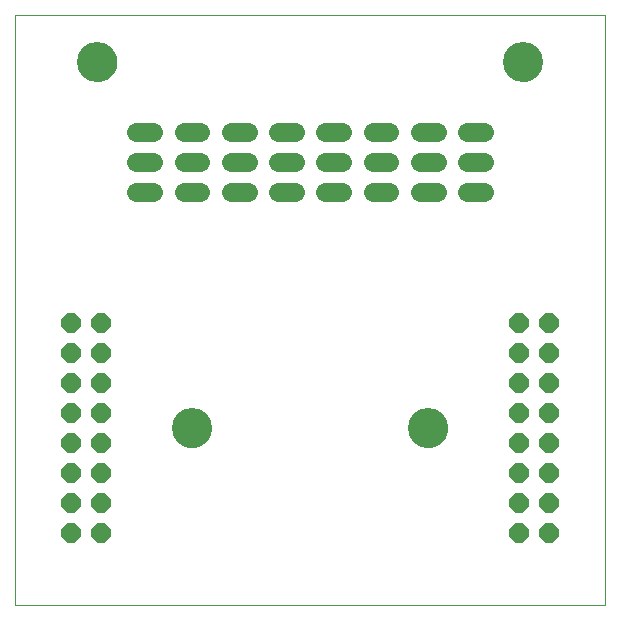
<source format=gbs>
G75*
G70*
%OFA0B0*%
%FSLAX24Y24*%
%IPPOS*%
%LPD*%
%AMOC8*
5,1,8,0,0,1.08239X$1,22.5*
%
%ADD10C,0.0000*%
%ADD11C,0.1339*%
%ADD12OC8,0.0636*%
%ADD13C,0.0636*%
D10*
X000589Y000574D02*
X000589Y020259D01*
X020274Y020259D01*
X020274Y000574D01*
X000589Y000574D01*
X005865Y006479D02*
X005867Y006529D01*
X005873Y006579D01*
X005883Y006628D01*
X005897Y006676D01*
X005914Y006723D01*
X005935Y006768D01*
X005960Y006812D01*
X005988Y006853D01*
X006020Y006892D01*
X006054Y006929D01*
X006091Y006963D01*
X006131Y006993D01*
X006173Y007020D01*
X006217Y007044D01*
X006263Y007065D01*
X006310Y007081D01*
X006358Y007094D01*
X006408Y007103D01*
X006457Y007108D01*
X006508Y007109D01*
X006558Y007106D01*
X006607Y007099D01*
X006656Y007088D01*
X006704Y007073D01*
X006750Y007055D01*
X006795Y007033D01*
X006838Y007007D01*
X006879Y006978D01*
X006918Y006946D01*
X006954Y006911D01*
X006986Y006873D01*
X007016Y006833D01*
X007043Y006790D01*
X007066Y006746D01*
X007085Y006700D01*
X007101Y006652D01*
X007113Y006603D01*
X007121Y006554D01*
X007125Y006504D01*
X007125Y006454D01*
X007121Y006404D01*
X007113Y006355D01*
X007101Y006306D01*
X007085Y006258D01*
X007066Y006212D01*
X007043Y006168D01*
X007016Y006125D01*
X006986Y006085D01*
X006954Y006047D01*
X006918Y006012D01*
X006879Y005980D01*
X006838Y005951D01*
X006795Y005925D01*
X006750Y005903D01*
X006704Y005885D01*
X006656Y005870D01*
X006607Y005859D01*
X006558Y005852D01*
X006508Y005849D01*
X006457Y005850D01*
X006408Y005855D01*
X006358Y005864D01*
X006310Y005877D01*
X006263Y005893D01*
X006217Y005914D01*
X006173Y005938D01*
X006131Y005965D01*
X006091Y005995D01*
X006054Y006029D01*
X006020Y006066D01*
X005988Y006105D01*
X005960Y006146D01*
X005935Y006190D01*
X005914Y006235D01*
X005897Y006282D01*
X005883Y006330D01*
X005873Y006379D01*
X005867Y006429D01*
X005865Y006479D01*
X013739Y006479D02*
X013741Y006529D01*
X013747Y006579D01*
X013757Y006628D01*
X013771Y006676D01*
X013788Y006723D01*
X013809Y006768D01*
X013834Y006812D01*
X013862Y006853D01*
X013894Y006892D01*
X013928Y006929D01*
X013965Y006963D01*
X014005Y006993D01*
X014047Y007020D01*
X014091Y007044D01*
X014137Y007065D01*
X014184Y007081D01*
X014232Y007094D01*
X014282Y007103D01*
X014331Y007108D01*
X014382Y007109D01*
X014432Y007106D01*
X014481Y007099D01*
X014530Y007088D01*
X014578Y007073D01*
X014624Y007055D01*
X014669Y007033D01*
X014712Y007007D01*
X014753Y006978D01*
X014792Y006946D01*
X014828Y006911D01*
X014860Y006873D01*
X014890Y006833D01*
X014917Y006790D01*
X014940Y006746D01*
X014959Y006700D01*
X014975Y006652D01*
X014987Y006603D01*
X014995Y006554D01*
X014999Y006504D01*
X014999Y006454D01*
X014995Y006404D01*
X014987Y006355D01*
X014975Y006306D01*
X014959Y006258D01*
X014940Y006212D01*
X014917Y006168D01*
X014890Y006125D01*
X014860Y006085D01*
X014828Y006047D01*
X014792Y006012D01*
X014753Y005980D01*
X014712Y005951D01*
X014669Y005925D01*
X014624Y005903D01*
X014578Y005885D01*
X014530Y005870D01*
X014481Y005859D01*
X014432Y005852D01*
X014382Y005849D01*
X014331Y005850D01*
X014282Y005855D01*
X014232Y005864D01*
X014184Y005877D01*
X014137Y005893D01*
X014091Y005914D01*
X014047Y005938D01*
X014005Y005965D01*
X013965Y005995D01*
X013928Y006029D01*
X013894Y006066D01*
X013862Y006105D01*
X013834Y006146D01*
X013809Y006190D01*
X013788Y006235D01*
X013771Y006282D01*
X013757Y006330D01*
X013747Y006379D01*
X013741Y006429D01*
X013739Y006479D01*
X016889Y018684D02*
X016891Y018734D01*
X016897Y018784D01*
X016907Y018833D01*
X016921Y018881D01*
X016938Y018928D01*
X016959Y018973D01*
X016984Y019017D01*
X017012Y019058D01*
X017044Y019097D01*
X017078Y019134D01*
X017115Y019168D01*
X017155Y019198D01*
X017197Y019225D01*
X017241Y019249D01*
X017287Y019270D01*
X017334Y019286D01*
X017382Y019299D01*
X017432Y019308D01*
X017481Y019313D01*
X017532Y019314D01*
X017582Y019311D01*
X017631Y019304D01*
X017680Y019293D01*
X017728Y019278D01*
X017774Y019260D01*
X017819Y019238D01*
X017862Y019212D01*
X017903Y019183D01*
X017942Y019151D01*
X017978Y019116D01*
X018010Y019078D01*
X018040Y019038D01*
X018067Y018995D01*
X018090Y018951D01*
X018109Y018905D01*
X018125Y018857D01*
X018137Y018808D01*
X018145Y018759D01*
X018149Y018709D01*
X018149Y018659D01*
X018145Y018609D01*
X018137Y018560D01*
X018125Y018511D01*
X018109Y018463D01*
X018090Y018417D01*
X018067Y018373D01*
X018040Y018330D01*
X018010Y018290D01*
X017978Y018252D01*
X017942Y018217D01*
X017903Y018185D01*
X017862Y018156D01*
X017819Y018130D01*
X017774Y018108D01*
X017728Y018090D01*
X017680Y018075D01*
X017631Y018064D01*
X017582Y018057D01*
X017532Y018054D01*
X017481Y018055D01*
X017432Y018060D01*
X017382Y018069D01*
X017334Y018082D01*
X017287Y018098D01*
X017241Y018119D01*
X017197Y018143D01*
X017155Y018170D01*
X017115Y018200D01*
X017078Y018234D01*
X017044Y018271D01*
X017012Y018310D01*
X016984Y018351D01*
X016959Y018395D01*
X016938Y018440D01*
X016921Y018487D01*
X016907Y018535D01*
X016897Y018584D01*
X016891Y018634D01*
X016889Y018684D01*
X002715Y018684D02*
X002717Y018734D01*
X002723Y018784D01*
X002733Y018833D01*
X002747Y018881D01*
X002764Y018928D01*
X002785Y018973D01*
X002810Y019017D01*
X002838Y019058D01*
X002870Y019097D01*
X002904Y019134D01*
X002941Y019168D01*
X002981Y019198D01*
X003023Y019225D01*
X003067Y019249D01*
X003113Y019270D01*
X003160Y019286D01*
X003208Y019299D01*
X003258Y019308D01*
X003307Y019313D01*
X003358Y019314D01*
X003408Y019311D01*
X003457Y019304D01*
X003506Y019293D01*
X003554Y019278D01*
X003600Y019260D01*
X003645Y019238D01*
X003688Y019212D01*
X003729Y019183D01*
X003768Y019151D01*
X003804Y019116D01*
X003836Y019078D01*
X003866Y019038D01*
X003893Y018995D01*
X003916Y018951D01*
X003935Y018905D01*
X003951Y018857D01*
X003963Y018808D01*
X003971Y018759D01*
X003975Y018709D01*
X003975Y018659D01*
X003971Y018609D01*
X003963Y018560D01*
X003951Y018511D01*
X003935Y018463D01*
X003916Y018417D01*
X003893Y018373D01*
X003866Y018330D01*
X003836Y018290D01*
X003804Y018252D01*
X003768Y018217D01*
X003729Y018185D01*
X003688Y018156D01*
X003645Y018130D01*
X003600Y018108D01*
X003554Y018090D01*
X003506Y018075D01*
X003457Y018064D01*
X003408Y018057D01*
X003358Y018054D01*
X003307Y018055D01*
X003258Y018060D01*
X003208Y018069D01*
X003160Y018082D01*
X003113Y018098D01*
X003067Y018119D01*
X003023Y018143D01*
X002981Y018170D01*
X002941Y018200D01*
X002904Y018234D01*
X002870Y018271D01*
X002838Y018310D01*
X002810Y018351D01*
X002785Y018395D01*
X002764Y018440D01*
X002747Y018487D01*
X002733Y018535D01*
X002723Y018584D01*
X002717Y018634D01*
X002715Y018684D01*
D11*
X003345Y018684D03*
X006495Y006479D03*
X014369Y006479D03*
X017519Y018684D03*
D12*
X017412Y009979D03*
X017412Y008979D03*
X017412Y007979D03*
X017412Y006979D03*
X017412Y005979D03*
X017412Y004979D03*
X017412Y003979D03*
X017412Y002979D03*
X018412Y002979D03*
X018412Y003979D03*
X018412Y004979D03*
X018412Y005979D03*
X018412Y006979D03*
X018412Y007979D03*
X018412Y008979D03*
X018412Y009979D03*
X003452Y009979D03*
X003452Y008979D03*
X003452Y007979D03*
X003452Y006979D03*
X003452Y005979D03*
X003452Y004979D03*
X003452Y003979D03*
X003452Y002979D03*
X002452Y002979D03*
X002452Y003979D03*
X002452Y004979D03*
X002452Y005979D03*
X002452Y006979D03*
X002452Y007979D03*
X002452Y008979D03*
X002452Y009979D03*
D13*
X004641Y014337D02*
X005199Y014337D01*
X005199Y015337D02*
X004641Y015337D01*
X004641Y016337D02*
X005199Y016337D01*
X006216Y016337D02*
X006774Y016337D01*
X006774Y015337D02*
X006216Y015337D01*
X006216Y014337D02*
X006774Y014337D01*
X007791Y014337D02*
X008348Y014337D01*
X009366Y014337D02*
X009923Y014337D01*
X009923Y015337D02*
X009366Y015337D01*
X008348Y015337D02*
X007791Y015337D01*
X007791Y016337D02*
X008348Y016337D01*
X009366Y016337D02*
X009923Y016337D01*
X010941Y016337D02*
X011498Y016337D01*
X011498Y015337D02*
X010941Y015337D01*
X010941Y014337D02*
X011498Y014337D01*
X012515Y014337D02*
X013073Y014337D01*
X013073Y015337D02*
X012515Y015337D01*
X012515Y016337D02*
X013073Y016337D01*
X014090Y016337D02*
X014648Y016337D01*
X014648Y015337D02*
X014090Y015337D01*
X014090Y014337D02*
X014648Y014337D01*
X015665Y014337D02*
X016222Y014337D01*
X016222Y015337D02*
X015665Y015337D01*
X015665Y016337D02*
X016222Y016337D01*
M02*

</source>
